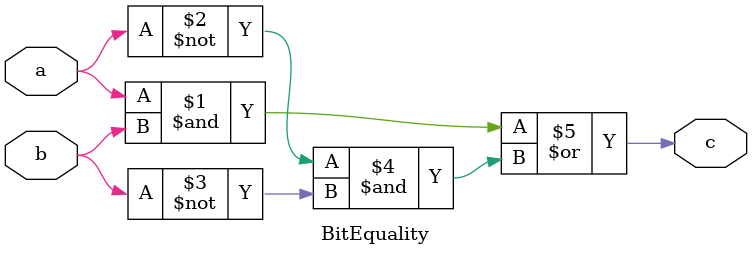
<source format=v>
`timescale 1ps/1ps

module BitEquality (
    input a,b,
    output c
);

assign c = (a & b) | (~a & ~b);
    
endmodule
</source>
